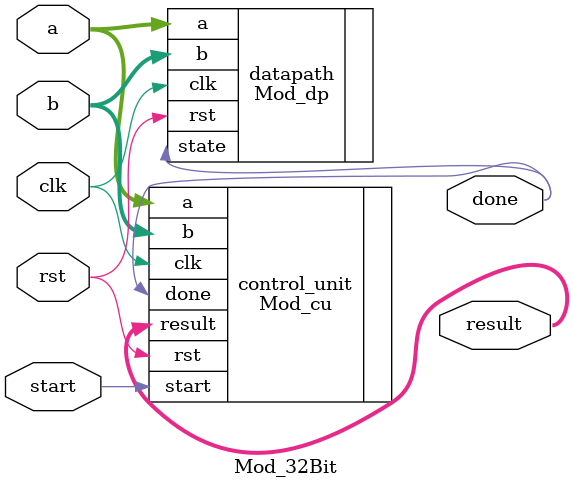
<source format=v>
module Mod_32Bit (
  input clk,
  input rst,
  input start,
  input [31:0] a,
  input [31:0] b,
  output wire [31:0] result,
  output wire done
);

wire [31:0] temp; // Define temp as a wire

Mod_cu control_unit (
  .clk(clk),
  .rst(rst),
  .start(start),
  .a(a),
  .b(b),
  .result(result),
  .done(done)
);

reg [31:0] temp_reg; // Define temp_reg as a register
Mod_dp datapath (
  .clk(clk),
  .rst(rst),
  .a(a),
  .b(b),
  .state(done)
);
endmodule

</source>
